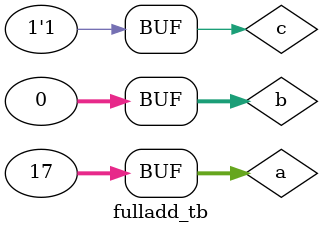
<source format=v>
module fulladd_tb();
reg[31:0]a,b;
reg c;
wire[31:0]s;
wire cout;

fulladd32 r1(a,b,c,s,cout);
initial
begin
a=32'h11;
b=32'h00;
c=1;
end
initial
begin
$monitor($time," %b, %b, %b, %b, %b ",a,b,c,s,cout);
end


endmodule
</source>
